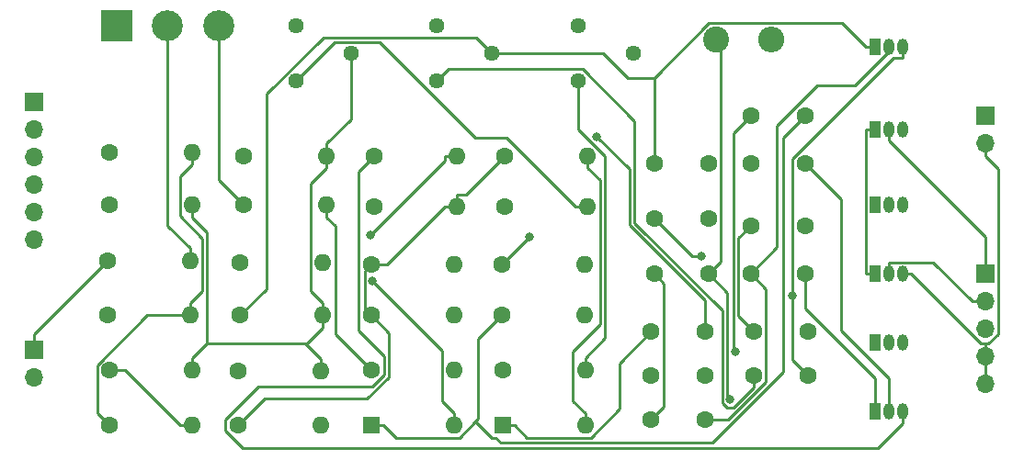
<source format=gbr>
G04 #@! TF.GenerationSoftware,KiCad,Pcbnew,(5.1.5)-3*
G04 #@! TF.CreationDate,2020-01-24T15:28:57-05:00*
G04 #@! TF.ProjectId,chroma,6368726f-6d61-42e6-9b69-6361645f7063,v01*
G04 #@! TF.SameCoordinates,Original*
G04 #@! TF.FileFunction,Copper,L2,Bot*
G04 #@! TF.FilePolarity,Positive*
%FSLAX46Y46*%
G04 Gerber Fmt 4.6, Leading zero omitted, Abs format (unit mm)*
G04 Created by KiCad (PCBNEW (5.1.5)-3) date 2020-01-24 15:28:57*
%MOMM*%
%LPD*%
G04 APERTURE LIST*
%ADD10C,1.600000*%
%ADD11O,1.600000X1.600000*%
%ADD12R,1.600000X1.600000*%
%ADD13R,1.700000X1.700000*%
%ADD14O,1.700000X1.700000*%
%ADD15R,1.000000X1.500000*%
%ADD16O,1.000000X1.500000*%
%ADD17C,1.440000*%
%ADD18R,2.850000X2.850000*%
%ADD19C,2.850000*%
%ADD20C,2.400000*%
%ADD21O,2.400000X2.400000*%
%ADD22C,0.800000*%
%ADD23C,0.250000*%
G04 APERTURE END LIST*
D10*
X-10240000Y-140970000D03*
X-15240000Y-140970000D03*
X-19130000Y-145415000D03*
X-24130000Y-145415000D03*
X-15240000Y-145415000D03*
X-10240000Y-145415000D03*
X-19400000Y-158835000D03*
X-24400000Y-158835000D03*
X-9980000Y-150735000D03*
X-14980000Y-150735000D03*
X-14980000Y-154785000D03*
X-9980000Y-154785000D03*
X-24130000Y-140335000D03*
X-19130000Y-140335000D03*
X-10240000Y-130810000D03*
X-15240000Y-130810000D03*
X-19130000Y-135255000D03*
X-24130000Y-135255000D03*
X-24400000Y-154785000D03*
X-19400000Y-154785000D03*
X-15240000Y-135255000D03*
X-10240000Y-135255000D03*
X-24400000Y-150735000D03*
X-19400000Y-150735000D03*
D11*
X-42545000Y-159385000D03*
D12*
X-50165000Y-159385000D03*
X-38100000Y-159385000D03*
D11*
X-30480000Y-159385000D03*
D13*
X-81280000Y-129540000D03*
D14*
X-81280000Y-132080000D03*
X-81280000Y-134620000D03*
X-81280000Y-137160000D03*
X-81280000Y-139700000D03*
X-81280000Y-142240000D03*
D13*
X-81280000Y-152400000D03*
D14*
X-81280000Y-154940000D03*
D13*
X6350000Y-145415000D03*
D14*
X6350000Y-147955000D03*
X6350000Y-150495000D03*
X6350000Y-153035000D03*
X6350000Y-155575000D03*
X6350000Y-133350000D03*
D13*
X6350000Y-130810000D03*
D11*
X-42275000Y-139220000D03*
D10*
X-49895000Y-139220000D03*
D15*
X-3810000Y-139065000D03*
D16*
X-1270000Y-139065000D03*
X-2540000Y-139065000D03*
D15*
X-3810000Y-124460000D03*
D16*
X-1270000Y-124460000D03*
X-2540000Y-124460000D03*
X-2540000Y-151765000D03*
X-1270000Y-151765000D03*
D15*
X-3810000Y-151765000D03*
D16*
X-2540000Y-145415000D03*
X-1270000Y-145415000D03*
D15*
X-3810000Y-145415000D03*
X-3810000Y-132080000D03*
D16*
X-1270000Y-132080000D03*
X-2540000Y-132080000D03*
X-2540000Y-158115000D03*
X-1270000Y-158115000D03*
D15*
X-3810000Y-158115000D03*
D10*
X-38165000Y-144540000D03*
D11*
X-30545000Y-144540000D03*
X-66870000Y-149225000D03*
D10*
X-74490000Y-149225000D03*
X-74295000Y-159385000D03*
D11*
X-66675000Y-159385000D03*
X-66675000Y-154305000D03*
D10*
X-74295000Y-154305000D03*
D11*
X-42585000Y-144540000D03*
D10*
X-50205000Y-144540000D03*
X-62245000Y-149225000D03*
D11*
X-54625000Y-149225000D03*
D17*
X-44120000Y-127600000D03*
X-39040000Y-125060000D03*
X-44120000Y-122520000D03*
D10*
X-50205000Y-149225000D03*
D11*
X-42585000Y-149225000D03*
X-54855000Y-154360000D03*
D10*
X-62475000Y-154360000D03*
X-37855000Y-139220000D03*
D11*
X-30235000Y-139220000D03*
D17*
X-57150000Y-122555000D03*
X-52070000Y-125095000D03*
X-57150000Y-127635000D03*
D11*
X-30480000Y-154305000D03*
D10*
X-38100000Y-154305000D03*
D17*
X-31115000Y-122520000D03*
X-26035000Y-125060000D03*
X-31115000Y-127600000D03*
D11*
X-42545000Y-154305000D03*
D10*
X-50165000Y-154305000D03*
X-62475000Y-159385000D03*
D11*
X-54855000Y-159385000D03*
X-30545000Y-149225000D03*
D10*
X-38165000Y-149225000D03*
X-37855000Y-134535000D03*
D11*
X-30235000Y-134535000D03*
D10*
X-61935000Y-134535000D03*
D11*
X-54315000Y-134535000D03*
X-66665000Y-134195000D03*
D10*
X-74285000Y-134195000D03*
D11*
X-42275000Y-134535000D03*
D10*
X-49895000Y-134535000D03*
D11*
X-54625000Y-144355000D03*
D10*
X-62245000Y-144355000D03*
X-74285000Y-139065000D03*
D11*
X-66665000Y-139065000D03*
D10*
X-61935000Y-139065000D03*
D11*
X-54315000Y-139065000D03*
D10*
X-74490000Y-144165000D03*
D11*
X-66870000Y-144165000D03*
D18*
X-73660000Y-122555000D03*
D19*
X-68960000Y-122555000D03*
X-64260000Y-122555000D03*
D20*
X-18415000Y-123825000D03*
D21*
X-13335000Y-123825000D03*
D22*
X-17131600Y-157015700D03*
X-35604200Y-141979200D03*
X-11405500Y-147454800D03*
X-19742900Y-143806900D03*
X-16635700Y-152588000D03*
X-29399900Y-132752000D03*
X-50080000Y-146091400D03*
X-50270900Y-141841200D03*
D23*
X-14980000Y-150735000D02*
X-16394800Y-149320200D01*
X-16394800Y-149320200D02*
X-16394800Y-142124800D01*
X-16394800Y-142124800D02*
X-15240000Y-140970000D01*
X-66870000Y-148099700D02*
X-65743200Y-146972900D01*
X-65743200Y-146972900D02*
X-65743200Y-142142500D01*
X-65743200Y-142142500D02*
X-67790300Y-140095400D01*
X-67790300Y-140095400D02*
X-67790300Y-136445600D01*
X-67790300Y-136445600D02*
X-66665000Y-135320300D01*
X-66870000Y-149225000D02*
X-66870000Y-148099700D01*
X-74295000Y-159385000D02*
X-75422600Y-158257400D01*
X-75422600Y-158257400D02*
X-75422600Y-153829000D01*
X-75422600Y-153829000D02*
X-70818600Y-149225000D01*
X-70818600Y-149225000D02*
X-66870000Y-149225000D01*
X-66665000Y-134195000D02*
X-66665000Y-135320300D01*
X-3810000Y-132080000D02*
X-4635300Y-132080000D01*
X-3810000Y-145415000D02*
X-4635300Y-145415000D01*
X-4635300Y-145415000D02*
X-4635300Y-132080000D01*
X-19130000Y-145415000D02*
X-17363900Y-147181100D01*
X-17363900Y-147181100D02*
X-17363900Y-156783400D01*
X-17363900Y-156783400D02*
X-17131600Y-157015700D01*
X-18415000Y-123825000D02*
X-18004500Y-124235500D01*
X-18004500Y-124235500D02*
X-18004500Y-144289500D01*
X-18004500Y-144289500D02*
X-19130000Y-145415000D01*
X-35604200Y-141979200D02*
X-38165000Y-144540000D01*
X-54315000Y-134535000D02*
X-54315000Y-133409700D01*
X-52070000Y-125095000D02*
X-52070000Y-131164700D01*
X-52070000Y-131164700D02*
X-54315000Y-133409700D01*
X-65292800Y-151797500D02*
X-65292800Y-141562500D01*
X-65292800Y-141562500D02*
X-66665000Y-140190300D01*
X-56182200Y-151907500D02*
X-56292200Y-151797500D01*
X-56292200Y-151797500D02*
X-65292800Y-151797500D01*
X-54855000Y-153347300D02*
X-54855000Y-153234700D01*
X-54855000Y-153234700D02*
X-56182200Y-151907500D01*
X-56182200Y-151907500D02*
X-54625000Y-150350300D01*
X-54625000Y-149225000D02*
X-54625000Y-148099700D01*
X-54315000Y-134535000D02*
X-54315000Y-135660300D01*
X-54315000Y-135660300D02*
X-55750300Y-137095600D01*
X-55750300Y-137095600D02*
X-55750300Y-146974400D01*
X-55750300Y-146974400D02*
X-54625000Y-148099700D01*
X-54625000Y-149225000D02*
X-54625000Y-150350300D01*
X-66675000Y-153179700D02*
X-65292800Y-151797500D01*
X-54855000Y-154360000D02*
X-54855000Y-153347300D01*
X-66675000Y-154305000D02*
X-66675000Y-153179700D01*
X-66665000Y-139065000D02*
X-66665000Y-140190300D01*
X-50205000Y-144540000D02*
X-50805300Y-145140300D01*
X-50805300Y-145140300D02*
X-50805300Y-148624700D01*
X-50805300Y-148624700D02*
X-50205000Y-149225000D01*
X-50205000Y-144540000D02*
X-48720300Y-144540000D01*
X-48720300Y-144540000D02*
X-43400300Y-139220000D01*
X-10240000Y-145415000D02*
X-10240000Y-148635600D01*
X-10240000Y-148635600D02*
X-3810000Y-155065600D01*
X-3810000Y-155065600D02*
X-3810000Y-158115000D01*
X-62475000Y-159385000D02*
X-60017000Y-156927000D01*
X-60017000Y-156927000D02*
X-50556900Y-156927000D01*
X-50556900Y-156927000D02*
X-48550900Y-154921000D01*
X-48550900Y-154921000D02*
X-48550900Y-150879100D01*
X-48550900Y-150879100D02*
X-50205000Y-149225000D01*
X-42275000Y-139220000D02*
X-43400300Y-139220000D01*
X-42275000Y-139220000D02*
X-42275000Y-138094700D01*
X-37855000Y-134535000D02*
X-41414700Y-138094700D01*
X-41414700Y-138094700D02*
X-42275000Y-138094700D01*
X-24130000Y-145415000D02*
X-23224100Y-146320900D01*
X-23224100Y-146320900D02*
X-23224100Y-157659100D01*
X-23224100Y-157659100D02*
X-24400000Y-158835000D01*
X-19400000Y-158835000D02*
X-17288200Y-158835000D01*
X-17288200Y-158835000D02*
X-13852800Y-155399600D01*
X-13852800Y-155399600D02*
X-13852800Y-146802200D01*
X-13852800Y-146802200D02*
X-15240000Y-145415000D01*
X-15240000Y-145415000D02*
X-12792500Y-142967500D01*
X-12792500Y-142967500D02*
X-12792500Y-131725100D01*
X-12792500Y-131725100D02*
X-9114600Y-128047200D01*
X-9114600Y-128047200D02*
X-5669900Y-128047200D01*
X-5669900Y-128047200D02*
X-2540000Y-124917300D01*
X-2540000Y-124917300D02*
X-2540000Y-124460000D01*
X-66675000Y-159385000D02*
X-67800300Y-159385000D01*
X-67800300Y-159385000D02*
X-72880300Y-154305000D01*
X-72880300Y-154305000D02*
X-74295000Y-154305000D01*
X-11405500Y-147454800D02*
X-11405500Y-153359500D01*
X-11405500Y-153359500D02*
X-9980000Y-154785000D01*
X-1270000Y-125535300D02*
X-2111900Y-125535300D01*
X-2111900Y-125535300D02*
X-11405500Y-134828900D01*
X-11405500Y-134828900D02*
X-11405500Y-147454800D01*
X-1270000Y-124460000D02*
X-1270000Y-125535300D01*
X-44120000Y-127600000D02*
X-43064800Y-126544800D01*
X-43064800Y-126544800D02*
X-30690600Y-126544800D01*
X-30690600Y-126544800D02*
X-25925300Y-131310100D01*
X-25925300Y-131310100D02*
X-25925300Y-140720700D01*
X-25925300Y-140720700D02*
X-17856900Y-148789100D01*
X-17856900Y-148789100D02*
X-17856900Y-157316100D01*
X-17856900Y-157316100D02*
X-17432000Y-157741000D01*
X-17432000Y-157741000D02*
X-16831100Y-157741000D01*
X-16831100Y-157741000D02*
X-14980000Y-155889900D01*
X-14980000Y-155889900D02*
X-14980000Y-154785000D01*
X-24130000Y-140335000D02*
X-20658100Y-143806900D01*
X-20658100Y-143806900D02*
X-19742900Y-143806900D01*
X6350000Y-147955000D02*
X5174700Y-147955000D01*
X-2540000Y-145415000D02*
X-2540000Y-144339700D01*
X-2540000Y-144339700D02*
X1559400Y-144339700D01*
X1559400Y-144339700D02*
X5174700Y-147955000D01*
X-66870000Y-144165000D02*
X-66870000Y-143039700D01*
X-68960000Y-122555000D02*
X-68960000Y-140949700D01*
X-68960000Y-140949700D02*
X-66870000Y-143039700D01*
X-40587300Y-159029300D02*
X-40322500Y-158764500D01*
X-40322500Y-158764500D02*
X-40322500Y-151382500D01*
X-40322500Y-151382500D02*
X-38165000Y-149225000D01*
X-49039700Y-159385000D02*
X-47902500Y-160522200D01*
X-47902500Y-160522200D02*
X-42080200Y-160522200D01*
X-42080200Y-160522200D02*
X-40587300Y-159029300D01*
X-40587300Y-159029300D02*
X-39106400Y-160510300D01*
X-39106400Y-160510300D02*
X-38713800Y-160510300D01*
X-38713800Y-160510300D02*
X-38233400Y-160990700D01*
X-38233400Y-160990700D02*
X-18762300Y-160990700D01*
X-18762300Y-160990700D02*
X-12258300Y-154486700D01*
X-12258300Y-154486700D02*
X-12258300Y-132828300D01*
X-12258300Y-132828300D02*
X-10240000Y-130810000D01*
X-50165000Y-159385000D02*
X-49039700Y-159385000D01*
X-15240000Y-130810000D02*
X-16845200Y-132415200D01*
X-16845200Y-132415200D02*
X-16845200Y-152378500D01*
X-16845200Y-152378500D02*
X-16635700Y-152588000D01*
X-39040000Y-125060000D02*
X-40502700Y-123597300D01*
X-40502700Y-123597300D02*
X-54591600Y-123597300D01*
X-54591600Y-123597300D02*
X-59831400Y-128837100D01*
X-59831400Y-128837100D02*
X-59831400Y-146811400D01*
X-59831400Y-146811400D02*
X-62245000Y-149225000D01*
X-24130000Y-127360200D02*
X-26522800Y-127360200D01*
X-26522800Y-127360200D02*
X-28823000Y-125060000D01*
X-28823000Y-125060000D02*
X-39040000Y-125060000D01*
X-24130000Y-127360200D02*
X-19062100Y-122292300D01*
X-19062100Y-122292300D02*
X-6803000Y-122292300D01*
X-6803000Y-122292300D02*
X-4635300Y-124460000D01*
X-24130000Y-135255000D02*
X-24130000Y-127360200D01*
X-3810000Y-124460000D02*
X-4635300Y-124460000D01*
X-30480000Y-159385000D02*
X-30480000Y-158259700D01*
X-30235000Y-134535000D02*
X-30235000Y-135660300D01*
X-30235000Y-135660300D02*
X-29105300Y-136790000D01*
X-29105300Y-136790000D02*
X-29105300Y-150047200D01*
X-29105300Y-150047200D02*
X-31605300Y-152547200D01*
X-31605300Y-152547200D02*
X-31605300Y-157134400D01*
X-31605300Y-157134400D02*
X-30480000Y-158259700D01*
X-2540000Y-132080000D02*
X-2540000Y-133155300D01*
X-2540000Y-133155300D02*
X6350000Y-142045300D01*
X6350000Y-142045300D02*
X6350000Y-145415000D01*
X-2540000Y-158115000D02*
X-2540000Y-155061900D01*
X-2540000Y-155061900D02*
X-6932700Y-150669200D01*
X-6932700Y-150669200D02*
X-6932700Y-138562300D01*
X-6932700Y-138562300D02*
X-10240000Y-135255000D01*
X-29399900Y-132752000D02*
X-26375700Y-135776200D01*
X-26375700Y-135776200D02*
X-26375700Y-140907200D01*
X-26375700Y-140907200D02*
X-19400000Y-147882900D01*
X-19400000Y-147882900D02*
X-19400000Y-150735000D01*
X-42545000Y-159385000D02*
X-42545000Y-158259700D01*
X-50080000Y-146091400D02*
X-43670300Y-152501100D01*
X-43670300Y-152501100D02*
X-43670300Y-157134400D01*
X-43670300Y-157134400D02*
X-42545000Y-158259700D01*
X-38100000Y-159385000D02*
X-36974700Y-159385000D01*
X-36974700Y-159385000D02*
X-35849300Y-160510400D01*
X-35849300Y-160510400D02*
X-29977000Y-160510400D01*
X-29977000Y-160510400D02*
X-27324600Y-157858000D01*
X-27324600Y-157858000D02*
X-27324600Y-153659600D01*
X-27324600Y-153659600D02*
X-24400000Y-150735000D01*
X-54315000Y-139065000D02*
X-54315000Y-140190300D01*
X-54315000Y-140190300D02*
X-53499700Y-141005600D01*
X-53499700Y-141005600D02*
X-53499700Y-150970300D01*
X-53499700Y-150970300D02*
X-50165000Y-154305000D01*
X6350000Y-155575000D02*
X6350000Y-153035000D01*
X6350000Y-133350000D02*
X6350000Y-134525300D01*
X6350000Y-134525300D02*
X7565400Y-135740700D01*
X7565400Y-135740700D02*
X7565400Y-150942900D01*
X7565400Y-150942900D02*
X6648600Y-151859700D01*
X6648600Y-151859700D02*
X6350000Y-151859700D01*
X6350000Y-153035000D02*
X6350000Y-151859700D01*
X-1270000Y-145415000D02*
X-444700Y-145415000D01*
X-444700Y-145415000D02*
X6000000Y-151859700D01*
X6000000Y-151859700D02*
X6350000Y-151859700D01*
X-49895000Y-134535000D02*
X-51361000Y-136001000D01*
X-51361000Y-136001000D02*
X-51361000Y-150654800D01*
X-51361000Y-150654800D02*
X-49001200Y-153014600D01*
X-49001200Y-153014600D02*
X-49001200Y-154734300D01*
X-49001200Y-154734300D02*
X-50089500Y-155822600D01*
X-50089500Y-155822600D02*
X-60598600Y-155822600D01*
X-60598600Y-155822600D02*
X-63604800Y-158828800D01*
X-63604800Y-158828800D02*
X-63604800Y-159895200D01*
X-63604800Y-159895200D02*
X-62059000Y-161441000D01*
X-62059000Y-161441000D02*
X-3520700Y-161441000D01*
X-3520700Y-161441000D02*
X-1270000Y-159190300D01*
X-1270000Y-158115000D02*
X-1270000Y-159190300D01*
X-30235000Y-139220000D02*
X-31360300Y-139220000D01*
X-57150000Y-127635000D02*
X-53562700Y-124047700D01*
X-53562700Y-124047700D02*
X-49370500Y-124047700D01*
X-49370500Y-124047700D02*
X-40579100Y-132839100D01*
X-40579100Y-132839100D02*
X-37741200Y-132839100D01*
X-37741200Y-132839100D02*
X-31360300Y-139220000D01*
X-31115000Y-127600000D02*
X-31115000Y-132062600D01*
X-31115000Y-132062600D02*
X-28654900Y-134522700D01*
X-28654900Y-134522700D02*
X-28654900Y-151354600D01*
X-28654900Y-151354600D02*
X-30480000Y-153179700D01*
X-30480000Y-154305000D02*
X-30480000Y-153179700D01*
X-64260000Y-122555000D02*
X-64260000Y-136740000D01*
X-64260000Y-136740000D02*
X-61935000Y-139065000D01*
X-74490000Y-144165000D02*
X-81280000Y-150955000D01*
X-81280000Y-150955000D02*
X-81280000Y-152400000D01*
X-42275000Y-134535000D02*
X-43400300Y-134535000D01*
X-50270900Y-141841200D02*
X-43400300Y-134970600D01*
X-43400300Y-134970600D02*
X-43400300Y-134535000D01*
M02*

</source>
